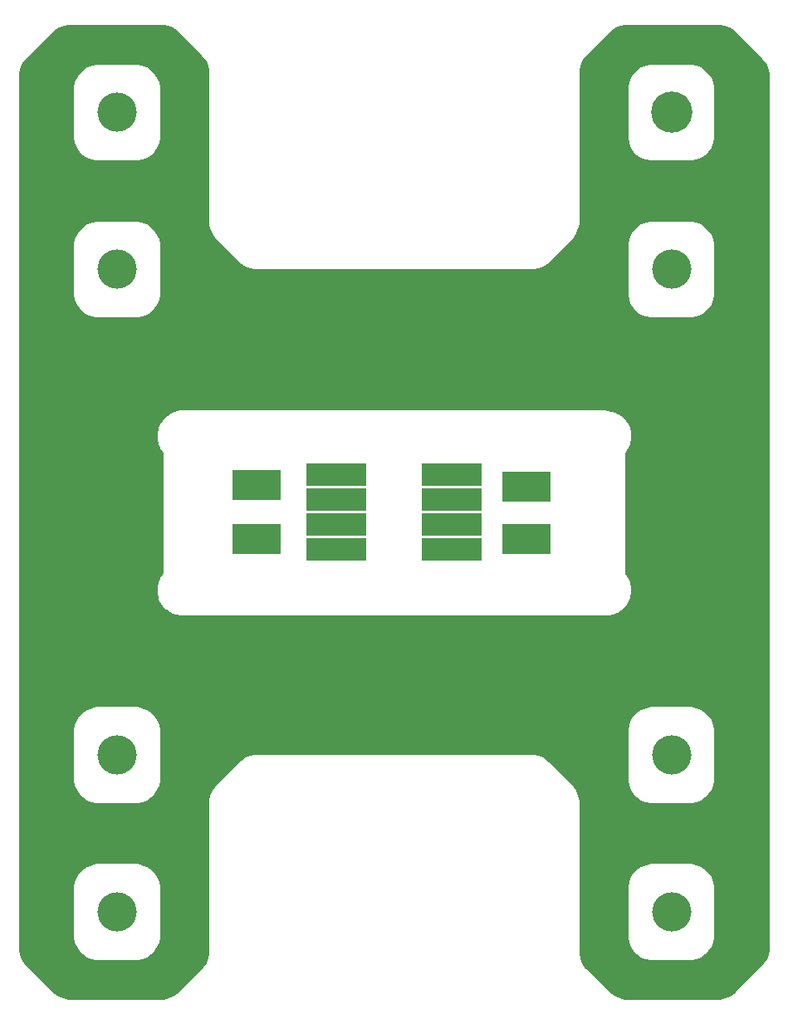
<source format=gts>
G04*
G04 #@! TF.GenerationSoftware,Altium Limited,Altium Designer,20.2.6 (244)*
G04*
G04 Layer_Color=8388736*
%FSLAX44Y44*%
%MOMM*%
G71*
G04*
G04 #@! TF.SameCoordinates,16E07C71-212E-40B3-9EE3-4B1C9690829F*
G04*
G04*
G04 #@! TF.FilePolarity,Negative*
G04*
G01*
G75*
%ADD10C,4.0000*%
%ADD11R,4.9000X3.1000*%
%ADD12R,0.5000X0.5000*%
%ADD13C,4.2032*%
%ADD14R,6.2000X1.2000*%
G36*
X1091394Y1028524D02*
X1096016Y1026609D01*
X1100176Y1023829D01*
X1101945Y1022060D01*
X1101945Y1022060D01*
X1129586Y994420D01*
X1131355Y992651D01*
X1134135Y988491D01*
X1136049Y983868D01*
X1137026Y978961D01*
Y976459D01*
Y88541D01*
Y86039D01*
X1136049Y81132D01*
X1134135Y76509D01*
X1131355Y72349D01*
X1129586Y70580D01*
X1129586D01*
X1129586Y70580D01*
X1101945Y42940D01*
X1100176Y41171D01*
X1096016Y38391D01*
X1091394Y36476D01*
X1086486Y35500D01*
X989545D01*
X984638Y36476D01*
X980015Y38391D01*
X975855Y41171D01*
X974086Y42940D01*
X950215Y66811D01*
X948446Y68580D01*
X945666Y72740D01*
X943752Y77362D01*
X942776Y82269D01*
Y84771D01*
Y236229D01*
X942653Y238719D01*
X941682Y243602D01*
X939776Y248202D01*
X937010Y252343D01*
X935336Y254189D01*
X935336Y254189D01*
X911965Y277561D01*
X910118Y279234D01*
X905978Y282001D01*
X901378Y283906D01*
X896494Y284878D01*
X894005Y285000D01*
X614271D01*
X611781Y284878D01*
X606898Y283906D01*
X602298Y282001D01*
X598157Y279234D01*
X596311Y277561D01*
X596311Y277561D01*
Y277561D01*
X572939Y254189D01*
X571265Y252342D01*
X568499Y248202D01*
X566594Y243602D01*
X565622Y238719D01*
X565500Y236229D01*
Y84771D01*
Y82269D01*
X564524Y77362D01*
X562609Y72740D01*
X559829Y68580D01*
X558060Y66810D01*
X558060D01*
X558060Y66810D01*
X534189Y42940D01*
X532421Y41171D01*
X528260Y38391D01*
X523638Y36476D01*
X518731Y35500D01*
X421789D01*
X416882Y36476D01*
X412259Y38391D01*
X408099Y41171D01*
X406330Y42940D01*
X378689Y70580D01*
X376921Y72349D01*
X374141Y76509D01*
X372226Y81132D01*
X371250Y86039D01*
Y88541D01*
Y976459D01*
Y978961D01*
X372226Y983868D01*
X374141Y988491D01*
X376921Y992651D01*
X378689Y994420D01*
Y994420D01*
X406330Y1022060D01*
X408099Y1023829D01*
X412259Y1026609D01*
X416882Y1028524D01*
X421789Y1029500D01*
X518731D01*
X523638Y1028524D01*
X528260Y1026609D01*
X532421Y1023829D01*
X534189Y1022060D01*
X534189Y1022060D01*
X558060Y998189D01*
X559829Y996421D01*
X562609Y992260D01*
X564524Y987638D01*
X565500Y982731D01*
Y980229D01*
Y828771D01*
X565622Y826281D01*
X566594Y821398D01*
X568499Y816798D01*
X571265Y812657D01*
X572939Y810810D01*
X596311Y787439D01*
X598158Y785766D01*
X602298Y782999D01*
X606898Y781094D01*
X611781Y780122D01*
X614271Y780000D01*
X894005D01*
X896494Y780122D01*
X901378Y781094D01*
X905978Y782999D01*
X910118Y785766D01*
X911965Y787439D01*
X911965D01*
X935336Y810810D01*
X937010Y812657D01*
X939776Y816798D01*
X941682Y821398D01*
X942653Y826281D01*
X942776Y828771D01*
Y980229D01*
Y982731D01*
X943752Y987638D01*
X945666Y992260D01*
X948446Y996421D01*
X950215Y998189D01*
Y998189D01*
X974086Y1022060D01*
X975855Y1023829D01*
X980015Y1026609D01*
X984638Y1028524D01*
X989545Y1029500D01*
X1086486D01*
X1091394Y1028524D01*
D02*
G37*
%LPC*%
G36*
X1057352Y988650D02*
X1015598D01*
X1010691Y987674D01*
X1006069Y985759D01*
X1001908Y982979D01*
X998371Y979442D01*
X995591Y975281D01*
X993676Y970659D01*
X992700Y965752D01*
Y963250D01*
Y942501D01*
X992670Y942471D01*
X992670D01*
Y916258D01*
Y913756D01*
X993646Y908849D01*
X995561Y904227D01*
X998340Y900066D01*
X1001878Y896528D01*
X1006038Y893749D01*
X1010661Y891834D01*
X1015568Y890858D01*
X1057352D01*
X1062259Y891834D01*
X1066881Y893749D01*
X1071041Y896528D01*
X1074579Y900066D01*
X1077359Y904227D01*
X1079274Y908849D01*
X1080250Y913756D01*
Y916258D01*
Y963250D01*
Y965752D01*
X1079274Y970659D01*
X1077359Y975281D01*
X1074579Y979442D01*
X1071041Y982979D01*
X1066881Y985759D01*
X1062259Y987674D01*
X1057352Y988650D01*
D02*
G37*
G36*
X492352D02*
X450598D01*
X445691Y987674D01*
X441069Y985759D01*
X436908Y982979D01*
X433371Y979442D01*
X430591Y975281D01*
X428676Y970659D01*
X427700Y965752D01*
Y963250D01*
Y942501D01*
X427670Y942471D01*
X427670D01*
Y916258D01*
Y913756D01*
X428646Y908849D01*
X430561Y904227D01*
X433340Y900066D01*
X436878Y896528D01*
X441038Y893749D01*
X445661Y891834D01*
X450568Y890858D01*
X492352D01*
X497259Y891834D01*
X501881Y893749D01*
X506041Y896528D01*
X509579Y900066D01*
X512359Y904227D01*
X514274Y908849D01*
X515250Y913756D01*
Y916258D01*
Y963250D01*
Y965752D01*
X514274Y970659D01*
X512359Y975281D01*
X509579Y979442D01*
X506041Y982979D01*
X501881Y985759D01*
X497259Y987674D01*
X492352Y988650D01*
D02*
G37*
G36*
X1057352Y828650D02*
X1015598D01*
X1010691Y827674D01*
X1006069Y825759D01*
X1001908Y822979D01*
X998371Y819442D01*
X995591Y815281D01*
X993676Y810659D01*
X992700Y805752D01*
Y803250D01*
Y782501D01*
X992670Y782471D01*
X992670D01*
Y756258D01*
Y753756D01*
X993646Y748849D01*
X995561Y744227D01*
X998340Y740066D01*
X1001878Y736528D01*
X1006038Y733749D01*
X1010661Y731834D01*
X1015568Y730858D01*
X1057352D01*
X1062259Y731834D01*
X1066881Y733749D01*
X1071041Y736528D01*
X1074579Y740066D01*
X1077359Y744227D01*
X1079274Y748849D01*
X1080250Y753756D01*
Y756258D01*
Y803250D01*
Y805752D01*
X1079274Y810659D01*
X1077359Y815281D01*
X1074579Y819442D01*
X1071041Y822979D01*
X1066881Y825759D01*
X1062259Y827674D01*
X1057352Y828650D01*
D02*
G37*
G36*
X492352D02*
X450598D01*
X445691Y827674D01*
X441069Y825759D01*
X436908Y822979D01*
X433371Y819442D01*
X430591Y815281D01*
X428676Y810659D01*
X427700Y805752D01*
Y803250D01*
Y782501D01*
X427670Y782471D01*
X427670D01*
Y756258D01*
Y753756D01*
X428646Y748849D01*
X430561Y744227D01*
X433340Y740066D01*
X436878Y736528D01*
X441038Y733749D01*
X445661Y731834D01*
X450568Y730858D01*
X492352D01*
X497259Y731834D01*
X501881Y733749D01*
X506041Y736528D01*
X509579Y740066D01*
X512359Y744227D01*
X514274Y748849D01*
X515250Y753756D01*
Y756258D01*
Y803250D01*
Y805752D01*
X514274Y810659D01*
X512359Y815281D01*
X509579Y819442D01*
X506041Y822979D01*
X501881Y825759D01*
X497259Y827674D01*
X492352Y828650D01*
D02*
G37*
G36*
X538752Y636094D02*
X538751Y636094D01*
X538750Y636094D01*
X536800D01*
X536209Y635977D01*
X535606D01*
X531782Y635216D01*
X531225Y634985D01*
X530634Y634868D01*
X527031Y633375D01*
X526530Y633041D01*
X525973Y632810D01*
X522730Y630643D01*
X522304Y630217D01*
X521803Y629882D01*
X520425Y628503D01*
X520424Y628503D01*
X519685Y627764D01*
X519685Y627764D01*
X518434Y626513D01*
X518099Y626012D01*
X517673Y625586D01*
X515708Y622644D01*
X515477Y622088D01*
X515142Y621586D01*
X513788Y618318D01*
X513671Y617727D01*
X513440Y617170D01*
X512750Y613700D01*
Y613098D01*
X512632Y612507D01*
Y607159D01*
X512750Y606568D01*
Y605966D01*
X513439Y602503D01*
X513669Y601946D01*
X513787Y601355D01*
X515138Y598093D01*
X515473Y597592D01*
X515703Y597035D01*
X517665Y594100D01*
X518091Y593674D01*
X518426Y593173D01*
X518750Y592849D01*
Y469913D01*
X518465Y469628D01*
X518130Y469127D01*
X517704Y468701D01*
X515723Y465736D01*
X515493Y465180D01*
X515158Y464679D01*
X513794Y461385D01*
X513676Y460794D01*
X513446Y460237D01*
X512750Y456741D01*
Y456138D01*
X512632Y455547D01*
Y450142D01*
X512750Y449551D01*
Y448948D01*
X513401Y445677D01*
X513631Y445120D01*
X513749Y444529D01*
X515025Y441447D01*
X515360Y440946D01*
X515591Y440389D01*
X517444Y437616D01*
X517870Y437190D01*
X518205Y436689D01*
X521009Y433884D01*
X521511Y433549D01*
X521936Y433123D01*
X525759Y430569D01*
X526315Y430339D01*
X526816Y430004D01*
X531063Y428245D01*
X531654Y428127D01*
X532211Y427897D01*
X536720Y427000D01*
X537322D01*
X537913Y426883D01*
X971568D01*
X972159Y427000D01*
X972762D01*
X976581Y427760D01*
X977138Y427990D01*
X977729Y428108D01*
X981326Y429598D01*
X981827Y429933D01*
X982384Y430163D01*
X985621Y432327D01*
X986048Y432753D01*
X986548Y433087D01*
X987925Y434464D01*
X987925Y434465D01*
X987926Y434465D01*
X987994Y434533D01*
X987994Y434533D01*
X989387Y435925D01*
X989721Y436427D01*
X990147Y436852D01*
X992336Y440128D01*
X992567Y440685D01*
X992901Y441186D01*
X994409Y444825D01*
X994526Y445416D01*
X994757Y445973D01*
X995526Y449837D01*
Y450439D01*
X995643Y451030D01*
Y454932D01*
X995526Y455523D01*
Y456125D01*
X994772Y459914D01*
X994541Y460471D01*
X994424Y461062D01*
X992945Y464631D01*
X992610Y465132D01*
X992380Y465689D01*
X990234Y468901D01*
X989808Y469327D01*
X989526Y469749D01*
Y593171D01*
X989766Y593531D01*
X990192Y593957D01*
X992359Y597200D01*
X992589Y597756D01*
X992924Y598257D01*
X994417Y601860D01*
X994534Y602451D01*
X994765Y603008D01*
X995526Y606833D01*
Y607436D01*
X995643Y608027D01*
Y613344D01*
X995526Y613935D01*
Y614538D01*
X994948Y617444D01*
X994717Y618001D01*
X994599Y618592D01*
X993465Y621329D01*
X993131Y621830D01*
X992900Y622387D01*
X991254Y624851D01*
X990828Y625277D01*
X990493Y625778D01*
X989445Y626826D01*
X989445Y626826D01*
X987688Y628583D01*
X987187Y628918D01*
X986761Y629344D01*
X982628Y632105D01*
X982072Y632336D01*
X981571Y632670D01*
X976979Y634572D01*
X976388Y634690D01*
X975831Y634921D01*
X970956Y635890D01*
X970354D01*
X969763Y636008D01*
X754140D01*
X538752Y636094D01*
D02*
G37*
G36*
X1057352Y333650D02*
X1015598D01*
X1010691Y332674D01*
X1006069Y330759D01*
X1001908Y327979D01*
X998371Y324441D01*
X995591Y320281D01*
X993676Y315659D01*
X992700Y310752D01*
Y308250D01*
Y287501D01*
X992670Y287471D01*
X992670D01*
Y261258D01*
Y258756D01*
X993646Y253849D01*
X995561Y249226D01*
X998340Y245066D01*
X1001878Y241528D01*
X1006038Y238749D01*
X1010661Y236834D01*
X1015568Y235858D01*
X1057352D01*
X1062259Y236834D01*
X1066881Y238749D01*
X1071041Y241528D01*
X1074579Y245066D01*
X1077359Y249226D01*
X1079274Y253849D01*
X1080250Y258756D01*
Y261258D01*
Y308250D01*
Y310752D01*
X1079274Y315659D01*
X1077359Y320281D01*
X1074579Y324441D01*
X1071041Y327979D01*
X1066881Y330759D01*
X1062259Y332674D01*
X1057352Y333650D01*
D02*
G37*
G36*
X492352D02*
X450598D01*
X445691Y332674D01*
X441069Y330759D01*
X436908Y327979D01*
X433371Y324441D01*
X430591Y320281D01*
X428676Y315659D01*
X427700Y310752D01*
Y308250D01*
Y287501D01*
X427670Y287471D01*
X427670D01*
Y261258D01*
Y258756D01*
X428646Y253849D01*
X430561Y249226D01*
X433340Y245066D01*
X436878Y241528D01*
X441038Y238749D01*
X445661Y236834D01*
X450568Y235858D01*
X492352D01*
X497259Y236834D01*
X501881Y238749D01*
X506041Y241528D01*
X509579Y245066D01*
X512359Y249226D01*
X514274Y253849D01*
X515250Y258756D01*
Y261258D01*
Y308250D01*
Y310752D01*
X514274Y315659D01*
X512359Y320281D01*
X509579Y324441D01*
X506041Y327979D01*
X501881Y330759D01*
X497259Y332674D01*
X492352Y333650D01*
D02*
G37*
G36*
X1057352Y173650D02*
X1015598D01*
X1010691Y172674D01*
X1006069Y170759D01*
X1001908Y167979D01*
X998371Y164442D01*
X995591Y160281D01*
X993676Y155659D01*
X992700Y150752D01*
Y148250D01*
Y127501D01*
X992670Y127471D01*
X992670D01*
Y101258D01*
Y98756D01*
X993646Y93849D01*
X995561Y89227D01*
X998340Y85066D01*
X1001878Y81529D01*
X1006038Y78749D01*
X1010661Y76834D01*
X1015568Y75858D01*
X1057352D01*
X1062259Y76834D01*
X1066881Y78749D01*
X1071041Y81529D01*
X1074579Y85066D01*
X1077359Y89227D01*
X1079274Y93849D01*
X1080250Y98756D01*
Y101258D01*
Y148250D01*
Y150752D01*
X1079274Y155659D01*
X1077359Y160281D01*
X1074579Y164442D01*
X1071041Y167979D01*
X1066881Y170759D01*
X1062259Y172674D01*
X1057352Y173650D01*
D02*
G37*
G36*
X492352D02*
X450598D01*
X445691Y172674D01*
X441069Y170759D01*
X436908Y167979D01*
X433371Y164442D01*
X430591Y160281D01*
X428676Y155659D01*
X427700Y150752D01*
Y148250D01*
Y127501D01*
X427670Y127471D01*
X427670D01*
Y101258D01*
Y98756D01*
X428646Y93849D01*
X430561Y89227D01*
X433340Y85066D01*
X436878Y81529D01*
X441038Y78749D01*
X445661Y76834D01*
X450568Y75858D01*
X492352D01*
X497259Y76834D01*
X501881Y78749D01*
X506041Y81529D01*
X509579Y85066D01*
X512359Y89227D01*
X514274Y93849D01*
X515250Y98756D01*
Y101258D01*
Y148250D01*
Y150752D01*
X514274Y155659D01*
X512359Y160281D01*
X509579Y164442D01*
X506041Y167979D01*
X501881Y170759D01*
X497259Y172674D01*
X492352Y173650D01*
D02*
G37*
%LPD*%
D10*
X471638Y125000D02*
D03*
Y285000D02*
D03*
Y780000D02*
D03*
Y940000D02*
D03*
X1036638Y125000D02*
D03*
Y285000D02*
D03*
Y780000D02*
D03*
D11*
X613365Y560130D02*
D03*
X613365Y505100D02*
D03*
X888943Y505153D02*
D03*
X888943Y558424D02*
D03*
D12*
X595865Y550880D02*
D03*
Y569130D02*
D03*
Y495850D02*
D03*
Y514100D02*
D03*
X871443Y495903D02*
D03*
Y514153D02*
D03*
X871443Y549174D02*
D03*
Y567424D02*
D03*
D13*
X1036638Y940000D02*
D03*
D14*
X812750Y539500D02*
D03*
Y550880D02*
D03*
X812750Y576280D02*
D03*
Y564900D02*
D03*
Y514100D02*
D03*
Y525480D02*
D03*
X812750Y500080D02*
D03*
Y488700D02*
D03*
X694976Y525480D02*
D03*
Y514100D02*
D03*
X694976Y488700D02*
D03*
Y500080D02*
D03*
Y550880D02*
D03*
Y539500D02*
D03*
X694976Y564900D02*
D03*
Y576280D02*
D03*
M02*

</source>
